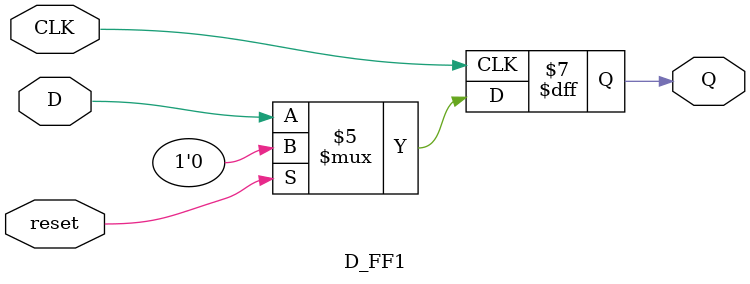
<source format=v>
`timescale 1ns / 1ps


/*
module ring_counter(clk, x, reset, A, B, C, D);
input clk, x, reset;
output A, B, C, D;
assign Da = A & ~B & ~C & ~D & ~x | ~A & ~B & ~C & D & x;
assign Db = ~A & B & ~C & ~D & ~x | A & ~B & ~C & ~D & x;
assign Dc = ~A & ~B & C & ~D & ~x | ~A & B & ~C & ~D & x;
assign Dd = ~A & ~B & ~C & D & ~x | ~A & ~B & C & ~D & x; 

D_FF d3(D, Dd, clk);
D_FF d2(C, Dc, clk);
D_FF d1(B, Db, clk);
D_FFF d0(A, Da, clk, reset);
endmodule

module D_FF(Q, D, CLK);
input D, CLK;
output Q;
reg Q, NQ;
initial begin
Q = 0;
NQ = 0;
end
always @(posedge CLK) begin
    Q <= D;
    NQ <= ~D;
end
endmodule

module D_FFF(Q, D, CLK, RESET);
input D, CLK, RESET;
output Q;
reg Q, NQ;
initial begin
Q = 0;
NQ = 0;
end
always @(posedge CLK) begin
    if (RESET == 1'b1) begin
        Q <= 1'b1;
        NQ <= 1'b0;
    end
    
    else begin
        Q <= D;
        NQ <= ~D;
    end
end
endmodule
*/
module ring_counter(clk, reset, A, B, C, D);
input clk, reset;
output A, B, C, D;

D_FF0 d0(A, D, clk, reset);
D_FF1 d1(B, A, clk, reset);
D_FF1 d2(C, B, clk, reset);
D_FF1 d3(D, C, clk, reset);

endmodule

module D_FF0(Q, D, CLK, reset);
input D, CLK, reset;
output Q;
reg Q;

initial begin
Q = 0;
end

always @(posedge CLK) begin
    if (reset == 1) begin
        Q = 1;
    end
    
    else Q <= D;
end
endmodule

module D_FF1(Q, D, CLK, reset);
input D, CLK, reset;
output Q;
reg Q;

initial begin
Q = 0;
end

always @(posedge CLK) begin
    if (reset == 1) begin
        Q = 0;
    end
    
    else Q <= D;
end
endmodule
</source>
